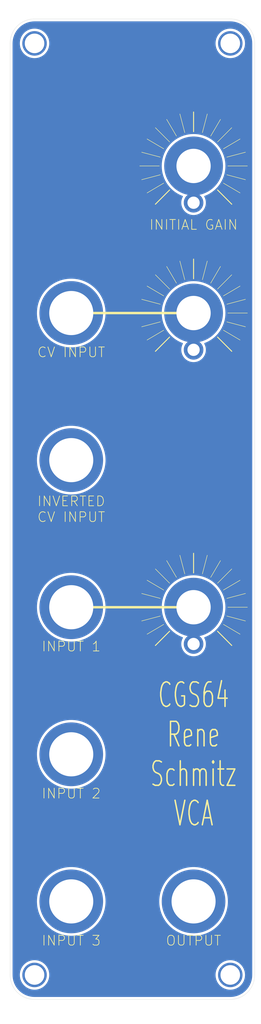
<source format=kicad_pcb>
(kicad_pcb (version 20211014) (generator pcbnew)
  (title_block (title "CGS64 Rene Schmitz VCA Front Panel") (date "2022-08-05") (rev "0.1") (company "fbus"))
  (layers (0 "F.Cu" signal) (31 "B.Cu" signal) (34 "B.Paste" user) (35 "F.Paste" user) (36 "B.SilkS" user "B.Silkscreen") (37 "F.SilkS" user "F.Silkscreen") (38 "B.Mask" user) (39 "F.Mask" user) (44 "Edge.Cuts" user))
  (net 0 "")
  (footprint "kosmo-panel:6.5 mm (Quarter Inch) Jack" (layer "F.Cu") (at 42.5 140)
    (fp_text reference "REF**")
    (fp_text value "6.5 mm (Quarter Inch) Jack")
    (pad "" np_thru_hole circle (at 0 0) (size 13 13) (drill 9) (layers F&B.Cu *.Mask))
  )
  (footprint "kosmo-panel:6.5 mm (Quarter Inch) Jack" (layer "F.Cu") (at 67.5 200)
    (fp_text reference "REF**")
    (fp_text value "6.5 mm (Quarter Inch) Jack")
    (pad "" np_thru_hole circle (at 0 0) (size 13 13) (drill 9) (layers F&B.Cu *.Mask))
  )
  (footprint "kosmo-panel:6.5 mm (Quarter Inch) Jack" (layer "F.Cu") (at 42.5 110)
    (fp_text reference "REF**")
    (fp_text value "6.5 mm (Quarter Inch) Jack")
    (pad "" np_thru_hole circle (at 0 0) (size 13 13) (drill 9) (layers F&B.Cu *.Mask))
  )
  (footprint "kosmo-panel:6.5 mm (Quarter Inch) Jack" (layer "F.Cu") (at 42.5 170)
    (fp_text reference "REF**")
    (fp_text value "6.5 mm (Quarter Inch) Jack")
    (pad "" np_thru_hole circle (at 0 0) (size 13 13) (drill 9) (layers F&B.Cu *.Mask))
  )
  (footprint "kosmo-panel:Potentiometer Sunburst Small" (layer "F.Cu") (at 67.5 140)
    (fp_text reference "REF**")
    (fp_text value "Potentiometer Sunburst Small")
    (fp_line (start 4.9 -4.9) (end 7.8 -7.8) (layer "F.SilkS") (width 0.1))
    (fp_line (start -6.1 -3.5) (end -9.5 -5.5) (layer "F.SilkS") (width 0.1))
    (fp_line (start -7 0) (end -11 0) (layer "F.SilkS") (width 0.1))
    (fp_line (start -7.8 -7.8) (end -4.9 -4.9) (layer "F.SilkS") (width 0.1))
    (fp_line (start -6.8 -1.8) (end -10.6 -2.8) (layer "F.SilkS") (width 0.1))
    (fp_line (start -6.1 3.5) (end -9.5 5.5) (layer "F.SilkS") (width 0.1))
    (fp_line (start -1.8 -6.8) (end -2.8 -10.6) (layer "F.SilkS") (width 0.1))
    (fp_line (start 11 0) (end 7 0) (layer "F.SilkS") (width 0.1))
    (fp_line (start -4.9 4.9) (end -7.8 7.8) (layer "F.SilkS") (width 0.2))
    (fp_line (start 2.8 -10.6) (end 1.8 -6.8) (layer "F.SilkS") (width 0.1))
    (fp_line (start 10.6 2.8) (end 6.8 1.8) (layer "F.SilkS") (width 0.1))
    (fp_line (start 9.5 -5.5) (end 6.1 -3.5) (layer "F.SilkS") (width 0.1))
    (fp_line (start 5.5 -9.5) (end 3.5 -6.1) (layer "F.SilkS") (width 0.1))
    (fp_line (start 10.6 -2.8) (end 6.8 -1.8) (layer "F.SilkS") (width 0.1))
    (fp_line (start 9.5 5.5) (end 6.1 3.5) (layer "F.SilkS") (width 0.1))
    (fp_line (start 0 -7) (end 0 -11) (layer "F.SilkS") (width 0.2))
    (fp_line (start -6.8 1.8) (end -10.6 2.8) (layer "F.SilkS") (width 0.1))
    (fp_line (start -3.5 -6.1) (end -5.5 -9.5) (layer "F.SilkS") (width 0.1))
    (fp_line (start 4.9 4.9) (end 7.8 7.8) (layer "F.SilkS") (width 0.2))
    (pad "" np_thru_hole circle (at 0 0) (size 12 12) (drill 7) (layers F&B.Cu *.Mask))
    (pad "" np_thru_hole circle (at 0 7.5) (size 4 4) (drill 2.5) (layers F&B.Cu *.Mask))
  )
  (footprint "kosmo-panel:Potentiometer Sunburst Small" (layer "F.Cu") (at 67.5 80)
    (fp_text reference "REF**")
    (fp_text value "Potentiometer Sunburst Small")
    (fp_line (start 5.5 -9.5) (end 3.5 -6.1) (layer "F.SilkS") (width 0.1))
    (fp_line (start -4.9 4.9) (end -7.8 7.8) (layer "F.SilkS") (width 0.2))
    (fp_line (start 9.5 -5.5) (end 6.1 -3.5) (layer "F.SilkS") (width 0.1))
    (fp_line (start -6.1 -3.5) (end -9.5 -5.5) (layer "F.SilkS") (width 0.1))
    (fp_line (start 4.9 -4.9) (end 7.8 -7.8) (layer "F.SilkS") (width 0.1))
    (fp_line (start -3.5 -6.1) (end -5.5 -9.5) (layer "F.SilkS") (width 0.1))
    (fp_line (start -1.8 -6.8) (end -2.8 -10.6) (layer "F.SilkS") (width 0.1))
    (fp_line (start 0 -7) (end 0 -11) (layer "F.SilkS") (width 0.2))
    (fp_line (start -6.8 1.8) (end -10.6 2.8) (layer "F.SilkS") (width 0.1))
    (fp_line (start -6.1 3.5) (end -9.5 5.5) (layer "F.SilkS") (width 0.1))
    (fp_line (start 10.6 2.8) (end 6.8 1.8) (layer "F.SilkS") (width 0.1))
    (fp_line (start 9.5 5.5) (end 6.1 3.5) (layer "F.SilkS") (width 0.1))
    (fp_line (start -6.8 -1.8) (end -10.6 -2.8) (layer "F.SilkS") (width 0.1))
    (fp_line (start 4.9 4.9) (end 7.8 7.8) (layer "F.SilkS") (width 0.2))
    (fp_line (start 2.8 -10.6) (end 1.8 -6.8) (layer "F.SilkS") (width 0.1))
    (fp_line (start -7 0) (end -11 0) (layer "F.SilkS") (width 0.1))
    (fp_line (start 11 0) (end 7 0) (layer "F.SilkS") (width 0.1))
    (fp_line (start 10.6 -2.8) (end 6.8 -1.8) (layer "F.SilkS") (width 0.1))
    (fp_line (start -7.8 -7.8) (end -4.9 -4.9) (layer "F.SilkS") (width 0.1))
    (pad "" np_thru_hole circle (at 0 7.5) (size 4 4) (drill 2.5) (layers F&B.Cu *.Mask))
    (pad "" np_thru_hole circle (at 0 0) (size 12 12) (drill 7) (layers F&B.Cu *.Mask))
  )
  (footprint "kosmo-panel:6.5 mm (Quarter Inch) Jack" (layer "F.Cu") (at 42.5 80)
    (fp_text reference "REF**")
    (fp_text value "6.5 mm (Quarter Inch) Jack")
    (pad "" np_thru_hole circle (at 0 0) (size 13 13) (drill 9) (layers F&B.Cu *.Mask))
  )
  (footprint "kosmo-panel:6.5 mm (Quarter Inch) Jack" (layer "F.Cu") (at 42.5 200)
    (fp_text reference "REF**")
    (fp_text value "6.5 mm (Quarter Inch) Jack")
    (pad "" np_thru_hole circle (at 0 0) (size 13 13) (drill 9) (layers F&B.Cu *.Mask))
  )
  (footprint "kosmo-panel:KOSMO 5 cm Panel" (layer "F.Cu") (at 30 20)
    (fp_text reference "REF**")
    (fp_text value "KOSMO 5 cm Panel")
    (fp_line (start 50 5) (end 50 195) (layer "Edge.Cuts") (width 0.05))
    (fp_line (start 0 5) (end 0 195) (layer "Edge.Cuts") (width 0.05))
    (fp_line (start 5 0) (end 45 0) (layer "Edge.Cuts") (width 0.05))
    (fp_line (start 5 200) (end 45 200) (layer "Edge.Cuts") (width 0.05))
    (fp_arc (start 0 5) (mid 1.464466 1.464466) (end 5 0) (layer "Edge.Cuts") (width 0.05))
    (fp_arc (start 50 195) (mid 48.535534 198.535534) (end 45 200) (layer "Edge.Cuts") (width 0.05))
    (fp_arc (start 5 200) (mid 1.464466 198.535534) (end 0 195) (layer "Edge.Cuts") (width 0.05))
    (fp_arc (start 45 0) (mid 48.535534 1.464466) (end 50 5) (layer "Edge.Cuts") (width 0.05))
    (pad "" np_thru_hole circle (at 45 195) (size 5 5) (drill 4) (layers F&B.Cu *.Mask))
    (pad "" np_thru_hole circle (at 5 5) (size 5 5) (drill 4) (layers F&B.Cu *.Mask))
    (pad "" np_thru_hole circle (at 45 5) (size 5 5) (drill 4) (layers F&B.Cu *.Mask))
    (pad "" np_thru_hole circle (at 5 195) (size 5 5) (drill 4) (layers F&B.Cu *.Mask))
  )
  (footprint "kosmo-panel:Potentiometer Sunburst Small" (layer "F.Cu") (at 67.5 50)
    (fp_text reference "REF**")
    (fp_text value "Potentiometer Sunburst Small")
    (fp_line (start 4.9 4.9) (end 7.8 7.8) (layer "F.SilkS") (width 0.2))
    (fp_line (start 2.8 -10.6) (end 1.8 -6.8) (layer "F.SilkS") (width 0.1))
    (fp_line (start -1.8 -6.8) (end -2.8 -10.6) (layer "F.SilkS") (width 0.1))
    (fp_line (start -6.8 -1.8) (end -10.6 -2.8) (layer "F.SilkS") (width 0.1))
    (fp_line (start 9.5 5.5) (end 6.1 3.5) (layer "F.SilkS") (width 0.1))
    (fp_line (start -6.1 -3.5) (end -9.5 -5.5) (layer "F.SilkS") (width 0.1))
    (fp_line (start -7.8 -7.8) (end -4.9 -4.9) (layer "F.SilkS") (width 0.1))
    (fp_line (start 11 0) (end 7 0) (layer "F.SilkS") (width 0.1))
    (fp_line (start 10.6 -2.8) (end 6.8 -1.8) (layer "F.SilkS") (width 0.1))
    (fp_line (start -6.8 1.8) (end -10.6 2.8) (layer "F.SilkS") (width 0.1))
    (fp_line (start -7 0) (end -11 0) (layer "F.SilkS") (width 0.1))
    (fp_line (start 5.5 -9.5) (end 3.5 -6.1) (layer "F.SilkS") (width 0.1))
    (fp_line (start 0 -7) (end 0 -11) (layer "F.SilkS") (width 0.2))
    (fp_line (start -3.5 -6.1) (end -5.5 -9.5) (layer "F.SilkS") (width 0.1))
    (fp_line (start 9.5 -5.5) (end 6.1 -3.5) (layer "F.SilkS") (width 0.1))
    (fp_line (start -4.9 4.9) (end -7.8 7.8) (layer "F.SilkS") (width 0.2))
    (fp_line (start 4.9 -4.9) (end 7.8 -7.8) (layer "F.SilkS") (width 0.1))
    (fp_line (start -6.1 3.5) (end -9.5 5.5) (layer "F.SilkS") (width 0.1))
    (fp_line (start 10.6 2.8) (end 6.8 1.8) (layer "F.SilkS") (width 0.1))
    (pad "" np_thru_hole circle (at 0 7.5) (size 4 4) (drill 2.5) (layers F&B.Cu *.Mask))
    (pad "" np_thru_hole circle (at 0 0) (size 12 12) (drill 7) (layers F&B.Cu *.Mask))
  )
  (gr_line (start 67.5 80) (end 42.5 80) (layer "F.SilkS") (width 0.5))
  (gr_line (start 67.5 140) (end 42.5 140) (layer "F.SilkS") (width 0.5))
  (gr_text "CGS64\nRene\nSchmitz\nVCA" (at 67.5 170) (layer "F.Cu") (effects (font (size 5 3) (thickness 0.3))))
  (gr_text "INPUT 1" (at 42.5 148) (layer "F.SilkS") (effects (font (size 2 2))))
  (gr_text "INVERTED\nCV INPUT" (at 42.5 120) (layer "F.SilkS") (effects (font (size 2 2))))
  (gr_text "INPUT 3" (at 42.5 208) (layer "F.SilkS") (effects (font (size 2 2))))
  (gr_text "INITIAL GAIN" (at 67.5 62) (layer "F.SilkS") (effects (font (size 2 2))))
  (gr_text "CV INPUT" (at 42.5 88) (layer "F.SilkS") (effects (font (size 2 2))))
  (gr_text "CGS64\nRene\nSchmitz\nVCA" (at 67.5 170) (layer "F.SilkS") (effects (font (size 5 3) (thickness 0.3))))
  (gr_text "OUTPUT" (at 67.5 208) (layer "F.SilkS") (effects (font (size 2 2))))
  (gr_text "INPUT 2" (at 42.5 178) (layer "F.SilkS") (effects (font (size 2 2))))
  (zone (net 0) (net_name "") (layer "B.Cu") (connect_pads (clearance 0.508)) (min_thickness 0.254) (fill yes (thermal_gap 0.508) (thermal_bridge_width 0.508))
    (polygon (pts (xy 81.28 220.98) (xy 27.94 220.98) (xy 27.94 17.78) (xy 81.28 17.78)))
  )
)
</source>
